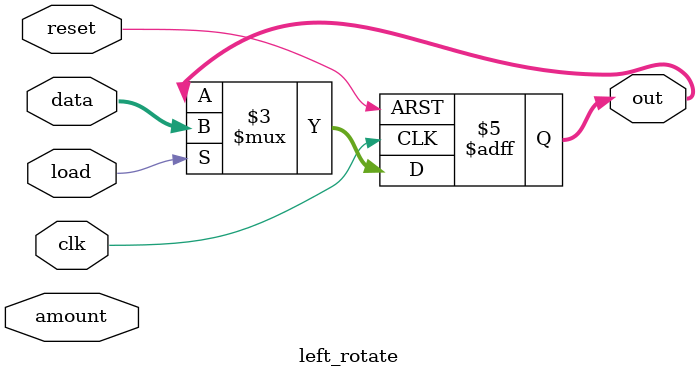
<source format=v>
module left_rotate(clk,reset,amount,data,load,out);
input clk,reset;
input [2:0] amount;
input [7:0] data;
input load;
output reg [7:0] out;
// when load is high, load data to out
// otherwise rotate the out register followed by left shift the out register by amount bits
always @(posedge clk or posedge reset)
begin
	if(reset)
	begin
	// reset
	out <= 8'b0;
	end
	else
	begin
	if(load)
	begin
	// load
	out <= data;
	end
	else
	begin
	// rotate
	out <= {out[6:0],out[7]};
	out <= {out[7:1],out[0]};
	end
	end
end
endmodule

</source>
